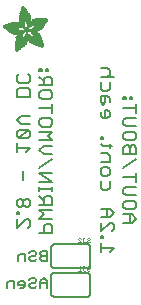
<source format=gbr>
G04 EAGLE Gerber RS-274X export*
G75*
%MOMM*%
%FSLAX34Y34*%
%LPD*%
%INSilkscreen Bottom*%
%IPPOS*%
%AMOC8*
5,1,8,0,0,1.08239X$1,22.5*%
G01*
%ADD10C,0.177800*%
%ADD11C,0.152400*%
%ADD12C,0.203200*%
%ADD13C,0.025400*%
%ADD14R,0.050800X0.006300*%
%ADD15R,0.082600X0.006400*%
%ADD16R,0.120600X0.006300*%
%ADD17R,0.139700X0.006400*%
%ADD18R,0.158800X0.006300*%
%ADD19R,0.177800X0.006400*%
%ADD20R,0.196800X0.006300*%
%ADD21R,0.215900X0.006400*%
%ADD22R,0.228600X0.006300*%
%ADD23R,0.241300X0.006400*%
%ADD24R,0.254000X0.006300*%
%ADD25R,0.266700X0.006400*%
%ADD26R,0.279400X0.006300*%
%ADD27R,0.285700X0.006400*%
%ADD28R,0.298400X0.006300*%
%ADD29R,0.311200X0.006400*%
%ADD30R,0.317500X0.006300*%
%ADD31R,0.330200X0.006400*%
%ADD32R,0.336600X0.006300*%
%ADD33R,0.349200X0.006400*%
%ADD34R,0.361900X0.006300*%
%ADD35R,0.368300X0.006400*%
%ADD36R,0.381000X0.006300*%
%ADD37R,0.387300X0.006400*%
%ADD38R,0.393700X0.006300*%
%ADD39R,0.406400X0.006400*%
%ADD40R,0.412700X0.006300*%
%ADD41R,0.419100X0.006400*%
%ADD42R,0.431800X0.006300*%
%ADD43R,0.438100X0.006400*%
%ADD44R,0.450800X0.006300*%
%ADD45R,0.457200X0.006400*%
%ADD46R,0.463500X0.006300*%
%ADD47R,0.476200X0.006400*%
%ADD48R,0.482600X0.006300*%
%ADD49R,0.488900X0.006400*%
%ADD50R,0.501600X0.006300*%
%ADD51R,0.508000X0.006400*%
%ADD52R,0.514300X0.006300*%
%ADD53R,0.527000X0.006400*%
%ADD54R,0.533400X0.006300*%
%ADD55R,0.546100X0.006400*%
%ADD56R,0.552400X0.006300*%
%ADD57R,0.558800X0.006400*%
%ADD58R,0.571500X0.006300*%
%ADD59R,0.577800X0.006400*%
%ADD60R,0.584200X0.006300*%
%ADD61R,0.596900X0.006400*%
%ADD62R,0.603200X0.006300*%
%ADD63R,0.609600X0.006400*%
%ADD64R,0.622300X0.006300*%
%ADD65R,0.628600X0.006400*%
%ADD66R,0.641300X0.006300*%
%ADD67R,0.647700X0.006400*%
%ADD68R,0.063500X0.006300*%
%ADD69R,0.654000X0.006300*%
%ADD70R,0.101600X0.006400*%
%ADD71R,0.666700X0.006400*%
%ADD72R,0.139700X0.006300*%
%ADD73R,0.673100X0.006300*%
%ADD74R,0.165100X0.006400*%
%ADD75R,0.679400X0.006400*%
%ADD76R,0.196900X0.006300*%
%ADD77R,0.692100X0.006300*%
%ADD78R,0.222200X0.006400*%
%ADD79R,0.698500X0.006400*%
%ADD80R,0.247700X0.006300*%
%ADD81R,0.704800X0.006300*%
%ADD82R,0.279400X0.006400*%
%ADD83R,0.717500X0.006400*%
%ADD84R,0.298500X0.006300*%
%ADD85R,0.723900X0.006300*%
%ADD86R,0.736600X0.006400*%
%ADD87R,0.342900X0.006300*%
%ADD88R,0.742900X0.006300*%
%ADD89R,0.374700X0.006400*%
%ADD90R,0.749300X0.006400*%
%ADD91R,0.762000X0.006300*%
%ADD92R,0.412700X0.006400*%
%ADD93R,0.768300X0.006400*%
%ADD94R,0.438100X0.006300*%
%ADD95R,0.774700X0.006300*%
%ADD96R,0.463600X0.006400*%
%ADD97R,0.787400X0.006400*%
%ADD98R,0.793700X0.006300*%
%ADD99R,0.495300X0.006400*%
%ADD100R,0.800100X0.006400*%
%ADD101R,0.520700X0.006300*%
%ADD102R,0.812800X0.006300*%
%ADD103R,0.533400X0.006400*%
%ADD104R,0.819100X0.006400*%
%ADD105R,0.558800X0.006300*%
%ADD106R,0.825500X0.006300*%
%ADD107R,0.577900X0.006400*%
%ADD108R,0.831800X0.006400*%
%ADD109R,0.596900X0.006300*%
%ADD110R,0.844500X0.006300*%
%ADD111R,0.616000X0.006400*%
%ADD112R,0.850900X0.006400*%
%ADD113R,0.635000X0.006300*%
%ADD114R,0.857200X0.006300*%
%ADD115R,0.654100X0.006400*%
%ADD116R,0.863600X0.006400*%
%ADD117R,0.666700X0.006300*%
%ADD118R,0.869900X0.006300*%
%ADD119R,0.685800X0.006400*%
%ADD120R,0.876300X0.006400*%
%ADD121R,0.882600X0.006300*%
%ADD122R,0.723900X0.006400*%
%ADD123R,0.889000X0.006400*%
%ADD124R,0.895300X0.006300*%
%ADD125R,0.755700X0.006400*%
%ADD126R,0.901700X0.006400*%
%ADD127R,0.908000X0.006300*%
%ADD128R,0.793800X0.006400*%
%ADD129R,0.914400X0.006400*%
%ADD130R,0.806400X0.006300*%
%ADD131R,0.920700X0.006300*%
%ADD132R,0.825500X0.006400*%
%ADD133R,0.927100X0.006400*%
%ADD134R,0.933400X0.006300*%
%ADD135R,0.857300X0.006400*%
%ADD136R,0.939800X0.006400*%
%ADD137R,0.870000X0.006300*%
%ADD138R,0.939800X0.006300*%
%ADD139R,0.946100X0.006400*%
%ADD140R,0.952500X0.006300*%
%ADD141R,0.908000X0.006400*%
%ADD142R,0.958800X0.006400*%
%ADD143R,0.965200X0.006300*%
%ADD144R,0.965200X0.006400*%
%ADD145R,0.971500X0.006300*%
%ADD146R,0.952500X0.006400*%
%ADD147R,0.977900X0.006400*%
%ADD148R,0.958800X0.006300*%
%ADD149R,0.984200X0.006300*%
%ADD150R,0.971500X0.006400*%
%ADD151R,0.984200X0.006400*%
%ADD152R,0.990600X0.006300*%
%ADD153R,0.984300X0.006400*%
%ADD154R,0.996900X0.006400*%
%ADD155R,0.997000X0.006300*%
%ADD156R,0.996900X0.006300*%
%ADD157R,1.003300X0.006400*%
%ADD158R,1.016000X0.006300*%
%ADD159R,1.009600X0.006300*%
%ADD160R,1.016000X0.006400*%
%ADD161R,1.009600X0.006400*%
%ADD162R,1.022300X0.006300*%
%ADD163R,1.028700X0.006400*%
%ADD164R,1.035100X0.006300*%
%ADD165R,1.047800X0.006400*%
%ADD166R,1.054100X0.006300*%
%ADD167R,1.028700X0.006300*%
%ADD168R,1.054100X0.006400*%
%ADD169R,1.035000X0.006400*%
%ADD170R,1.060400X0.006300*%
%ADD171R,1.035000X0.006300*%
%ADD172R,1.060500X0.006400*%
%ADD173R,1.041400X0.006400*%
%ADD174R,1.066800X0.006300*%
%ADD175R,1.041400X0.006300*%
%ADD176R,1.079500X0.006400*%
%ADD177R,1.047700X0.006400*%
%ADD178R,1.085900X0.006300*%
%ADD179R,1.047700X0.006300*%
%ADD180R,1.085800X0.006400*%
%ADD181R,1.092200X0.006300*%
%ADD182R,1.085900X0.006400*%
%ADD183R,1.098600X0.006300*%
%ADD184R,1.098600X0.006400*%
%ADD185R,1.060400X0.006400*%
%ADD186R,1.104900X0.006300*%
%ADD187R,1.104900X0.006400*%
%ADD188R,1.066800X0.006400*%
%ADD189R,1.111200X0.006300*%
%ADD190R,1.117600X0.006400*%
%ADD191R,1.117600X0.006300*%
%ADD192R,1.073100X0.006300*%
%ADD193R,1.073100X0.006400*%
%ADD194R,1.124000X0.006300*%
%ADD195R,1.079500X0.006300*%
%ADD196R,1.123900X0.006400*%
%ADD197R,1.130300X0.006300*%
%ADD198R,1.130300X0.006400*%
%ADD199R,1.136700X0.006400*%
%ADD200R,1.136700X0.006300*%
%ADD201R,1.085800X0.006300*%
%ADD202R,1.136600X0.006400*%
%ADD203R,1.136600X0.006300*%
%ADD204R,1.143000X0.006400*%
%ADD205R,1.143000X0.006300*%
%ADD206R,1.149400X0.006300*%
%ADD207R,1.149300X0.006300*%
%ADD208R,1.149300X0.006400*%
%ADD209R,1.149400X0.006400*%
%ADD210R,1.155700X0.006400*%
%ADD211R,1.155700X0.006300*%
%ADD212R,1.060500X0.006300*%
%ADD213R,2.197100X0.006400*%
%ADD214R,2.197100X0.006300*%
%ADD215R,2.184400X0.006300*%
%ADD216R,2.184400X0.006400*%
%ADD217R,2.171700X0.006400*%
%ADD218R,2.171700X0.006300*%
%ADD219R,1.530300X0.006400*%
%ADD220R,1.505000X0.006300*%
%ADD221R,1.492300X0.006400*%
%ADD222R,1.485900X0.006300*%
%ADD223R,0.565200X0.006300*%
%ADD224R,1.473200X0.006400*%
%ADD225R,0.565200X0.006400*%
%ADD226R,1.460500X0.006300*%
%ADD227R,1.454100X0.006400*%
%ADD228R,0.552400X0.006400*%
%ADD229R,1.441500X0.006300*%
%ADD230R,0.546100X0.006300*%
%ADD231R,1.435100X0.006400*%
%ADD232R,0.539800X0.006400*%
%ADD233R,1.428800X0.006300*%
%ADD234R,1.422400X0.006400*%
%ADD235R,1.409700X0.006300*%
%ADD236R,0.527100X0.006300*%
%ADD237R,1.403300X0.006400*%
%ADD238R,0.527100X0.006400*%
%ADD239R,1.390700X0.006300*%
%ADD240R,1.384300X0.006400*%
%ADD241R,0.520700X0.006400*%
%ADD242R,1.384300X0.006300*%
%ADD243R,0.514400X0.006300*%
%ADD244R,1.371600X0.006400*%
%ADD245R,1.365200X0.006300*%
%ADD246R,0.508000X0.006300*%
%ADD247R,1.352600X0.006400*%
%ADD248R,0.501700X0.006400*%
%ADD249R,0.711200X0.006300*%
%ADD250R,0.603300X0.006300*%
%ADD251R,0.501700X0.006300*%
%ADD252R,0.692100X0.006400*%
%ADD253R,0.571500X0.006400*%
%ADD254R,0.679400X0.006300*%
%ADD255R,0.495300X0.006300*%
%ADD256R,0.673100X0.006400*%
%ADD257R,0.666800X0.006300*%
%ADD258R,0.488900X0.006300*%
%ADD259R,0.660400X0.006400*%
%ADD260R,0.482600X0.006400*%
%ADD261R,0.476200X0.006300*%
%ADD262R,0.654000X0.006400*%
%ADD263R,0.469900X0.006400*%
%ADD264R,0.476300X0.006400*%
%ADD265R,0.647700X0.006300*%
%ADD266R,0.457200X0.006300*%
%ADD267R,0.469900X0.006300*%
%ADD268R,0.641300X0.006400*%
%ADD269R,0.444500X0.006400*%
%ADD270R,0.463600X0.006300*%
%ADD271R,0.635000X0.006400*%
%ADD272R,0.463500X0.006400*%
%ADD273R,0.393700X0.006400*%
%ADD274R,0.450800X0.006400*%
%ADD275R,0.628600X0.006300*%
%ADD276R,0.387400X0.006300*%
%ADD277R,0.450900X0.006300*%
%ADD278R,0.628700X0.006400*%
%ADD279R,0.374600X0.006400*%
%ADD280R,0.368300X0.006300*%
%ADD281R,0.438200X0.006300*%
%ADD282R,0.622300X0.006400*%
%ADD283R,0.355600X0.006400*%
%ADD284R,0.431800X0.006400*%
%ADD285R,0.349300X0.006300*%
%ADD286R,0.425400X0.006300*%
%ADD287R,0.615900X0.006300*%
%ADD288R,0.330200X0.006300*%
%ADD289R,0.419100X0.006300*%
%ADD290R,0.616000X0.006300*%
%ADD291R,0.311200X0.006300*%
%ADD292R,0.406400X0.006300*%
%ADD293R,0.615900X0.006400*%
%ADD294R,0.304800X0.006400*%
%ADD295R,0.158800X0.006400*%
%ADD296R,0.609600X0.006300*%
%ADD297R,0.292100X0.006300*%
%ADD298R,0.235000X0.006300*%
%ADD299R,0.387400X0.006400*%
%ADD300R,0.292100X0.006400*%
%ADD301R,0.336500X0.006300*%
%ADD302R,0.260400X0.006300*%
%ADD303R,0.603300X0.006400*%
%ADD304R,0.260400X0.006400*%
%ADD305R,0.362000X0.006400*%
%ADD306R,0.450900X0.006400*%
%ADD307R,0.355600X0.006300*%
%ADD308R,0.342900X0.006400*%
%ADD309R,0.514300X0.006400*%
%ADD310R,0.234900X0.006300*%
%ADD311R,0.539700X0.006300*%
%ADD312R,0.603200X0.006400*%
%ADD313R,0.234900X0.006400*%
%ADD314R,0.920700X0.006400*%
%ADD315R,0.958900X0.006400*%
%ADD316R,0.215900X0.006300*%
%ADD317R,0.209600X0.006400*%
%ADD318R,0.203200X0.006300*%
%ADD319R,1.003300X0.006300*%
%ADD320R,0.203200X0.006400*%
%ADD321R,0.196900X0.006400*%
%ADD322R,0.190500X0.006300*%
%ADD323R,0.190500X0.006400*%
%ADD324R,0.184200X0.006300*%
%ADD325R,0.590500X0.006400*%
%ADD326R,0.184200X0.006400*%
%ADD327R,0.590500X0.006300*%
%ADD328R,0.177800X0.006300*%
%ADD329R,0.584200X0.006400*%
%ADD330R,1.168400X0.006400*%
%ADD331R,0.171500X0.006300*%
%ADD332R,1.187500X0.006300*%
%ADD333R,1.200100X0.006400*%
%ADD334R,0.577800X0.006300*%
%ADD335R,1.212900X0.006300*%
%ADD336R,1.231900X0.006400*%
%ADD337R,1.250900X0.006300*%
%ADD338R,0.565100X0.006400*%
%ADD339R,0.184100X0.006400*%
%ADD340R,1.263700X0.006400*%
%ADD341R,0.565100X0.006300*%
%ADD342R,1.289100X0.006300*%
%ADD343R,1.314400X0.006400*%
%ADD344R,0.552500X0.006300*%
%ADD345R,1.568500X0.006300*%
%ADD346R,0.552500X0.006400*%
%ADD347R,1.581200X0.006400*%
%ADD348R,1.593800X0.006300*%
%ADD349R,1.606500X0.006400*%
%ADD350R,1.619300X0.006300*%
%ADD351R,0.514400X0.006400*%
%ADD352R,1.638300X0.006400*%
%ADD353R,1.657300X0.006300*%
%ADD354R,2.209800X0.006400*%
%ADD355R,2.425700X0.006300*%
%ADD356R,2.470100X0.006400*%
%ADD357R,2.501900X0.006300*%
%ADD358R,2.533700X0.006400*%
%ADD359R,2.559000X0.006300*%
%ADD360R,2.584500X0.006400*%
%ADD361R,2.609900X0.006300*%
%ADD362R,2.628900X0.006400*%
%ADD363R,2.660600X0.006300*%
%ADD364R,2.673400X0.006400*%
%ADD365R,1.422400X0.006300*%
%ADD366R,1.200200X0.006300*%
%ADD367R,1.365300X0.006300*%
%ADD368R,1.365300X0.006400*%
%ADD369R,1.352500X0.006300*%
%ADD370R,1.098500X0.006300*%
%ADD371R,1.358900X0.006400*%
%ADD372R,1.352600X0.006300*%
%ADD373R,1.358900X0.006300*%
%ADD374R,1.371600X0.006300*%
%ADD375R,1.377900X0.006400*%
%ADD376R,1.397000X0.006400*%
%ADD377R,1.403300X0.006300*%
%ADD378R,0.914400X0.006300*%
%ADD379R,0.876300X0.006300*%
%ADD380R,0.374600X0.006300*%
%ADD381R,1.073200X0.006400*%
%ADD382R,0.374700X0.006300*%
%ADD383R,0.844600X0.006400*%
%ADD384R,0.844600X0.006300*%
%ADD385R,0.831900X0.006400*%
%ADD386R,1.092200X0.006400*%
%ADD387R,0.400000X0.006300*%
%ADD388R,0.819200X0.006400*%
%ADD389R,1.111300X0.006400*%
%ADD390R,0.812800X0.006400*%
%ADD391R,0.800100X0.006300*%
%ADD392R,0.476300X0.006300*%
%ADD393R,1.181100X0.006300*%
%ADD394R,0.501600X0.006400*%
%ADD395R,1.193800X0.006400*%
%ADD396R,0.781000X0.006400*%
%ADD397R,1.238200X0.006400*%
%ADD398R,0.781100X0.006300*%
%ADD399R,1.257300X0.006300*%
%ADD400R,1.295400X0.006400*%
%ADD401R,1.333500X0.006300*%
%ADD402R,0.774700X0.006400*%
%ADD403R,1.866900X0.006400*%
%ADD404R,0.209600X0.006300*%
%ADD405R,1.866900X0.006300*%
%ADD406R,0.768400X0.006400*%
%ADD407R,0.209500X0.006400*%
%ADD408R,1.860600X0.006400*%
%ADD409R,0.762000X0.006400*%
%ADD410R,0.768400X0.006300*%
%ADD411R,1.860600X0.006300*%
%ADD412R,1.860500X0.006400*%
%ADD413R,0.222300X0.006300*%
%ADD414R,1.854200X0.006300*%
%ADD415R,0.235000X0.006400*%
%ADD416R,1.854200X0.006400*%
%ADD417R,0.768300X0.006300*%
%ADD418R,0.260300X0.006400*%
%ADD419R,1.847800X0.006400*%
%ADD420R,0.266700X0.006300*%
%ADD421R,1.847800X0.006300*%
%ADD422R,0.273100X0.006400*%
%ADD423R,1.841500X0.006400*%
%ADD424R,0.285800X0.006300*%
%ADD425R,1.841500X0.006300*%
%ADD426R,0.298500X0.006400*%
%ADD427R,1.835100X0.006400*%
%ADD428R,0.781000X0.006300*%
%ADD429R,0.304800X0.006300*%
%ADD430R,1.835100X0.006300*%
%ADD431R,0.317500X0.006400*%
%ADD432R,1.828800X0.006400*%
%ADD433R,0.787400X0.006300*%
%ADD434R,0.323800X0.006300*%
%ADD435R,1.828800X0.006300*%
%ADD436R,0.793700X0.006400*%
%ADD437R,1.822400X0.006400*%
%ADD438R,0.806500X0.006300*%
%ADD439R,1.822400X0.006300*%
%ADD440R,1.816100X0.006400*%
%ADD441R,0.819100X0.006300*%
%ADD442R,0.387300X0.006300*%
%ADD443R,1.816100X0.006300*%
%ADD444R,1.809800X0.006400*%
%ADD445R,1.803400X0.006300*%
%ADD446R,1.797000X0.006400*%
%ADD447R,0.901700X0.006300*%
%ADD448R,1.797000X0.006300*%
%ADD449R,1.441400X0.006400*%
%ADD450R,1.790700X0.006400*%
%ADD451R,1.447800X0.006300*%
%ADD452R,1.784300X0.006300*%
%ADD453R,1.447800X0.006400*%
%ADD454R,1.784300X0.006400*%
%ADD455R,1.454100X0.006300*%
%ADD456R,1.771700X0.006300*%
%ADD457R,1.460500X0.006400*%
%ADD458R,1.759000X0.006400*%
%ADD459R,1.466800X0.006300*%
%ADD460R,1.752600X0.006300*%
%ADD461R,1.466800X0.006400*%
%ADD462R,1.739900X0.006400*%
%ADD463R,1.473200X0.006300*%
%ADD464R,1.727200X0.006300*%
%ADD465R,1.479500X0.006400*%
%ADD466R,1.714500X0.006400*%
%ADD467R,1.695400X0.006300*%
%ADD468R,1.485900X0.006400*%
%ADD469R,1.682700X0.006400*%
%ADD470R,1.492200X0.006300*%
%ADD471R,1.663700X0.006300*%
%ADD472R,1.498600X0.006400*%
%ADD473R,1.644600X0.006400*%
%ADD474R,1.498600X0.006300*%
%ADD475R,1.619200X0.006300*%
%ADD476R,1.511300X0.006400*%
%ADD477R,1.600200X0.006400*%
%ADD478R,1.517700X0.006300*%
%ADD479R,1.574800X0.006300*%
%ADD480R,1.524000X0.006400*%
%ADD481R,1.555800X0.006400*%
%ADD482R,1.524000X0.006300*%
%ADD483R,1.536700X0.006300*%
%ADD484R,1.530400X0.006400*%
%ADD485R,1.517700X0.006400*%
%ADD486R,1.492300X0.006300*%
%ADD487R,1.549400X0.006400*%
%ADD488R,1.479600X0.006400*%
%ADD489R,1.549400X0.006300*%
%ADD490R,1.555700X0.006400*%
%ADD491R,1.562100X0.006300*%
%ADD492R,0.323900X0.006300*%
%ADD493R,1.568400X0.006400*%
%ADD494R,0.336600X0.006400*%
%ADD495R,1.587500X0.006300*%
%ADD496R,0.971600X0.006300*%
%ADD497R,0.349300X0.006400*%
%ADD498R,1.600200X0.006300*%
%ADD499R,0.920800X0.006300*%
%ADD500R,0.882700X0.006400*%
%ADD501R,1.612900X0.006300*%
%ADD502R,0.362000X0.006300*%
%ADD503R,1.625600X0.006400*%
%ADD504R,1.625600X0.006300*%
%ADD505R,1.644600X0.006300*%
%ADD506R,0.736600X0.006300*%
%ADD507R,0.717600X0.006400*%
%ADD508R,1.657400X0.006300*%
%ADD509R,0.679500X0.006300*%
%ADD510R,1.663700X0.006400*%
%ADD511R,0.400000X0.006400*%
%ADD512R,1.676400X0.006300*%
%ADD513R,1.676400X0.006400*%
%ADD514R,0.425500X0.006400*%
%ADD515R,1.352500X0.006400*%
%ADD516R,0.444500X0.006300*%
%ADD517R,0.361900X0.006400*%
%ADD518R,0.088900X0.006300*%
%ADD519R,1.009700X0.006300*%
%ADD520R,1.009700X0.006400*%
%ADD521R,1.022300X0.006400*%
%ADD522R,1.346200X0.006400*%
%ADD523R,1.346200X0.006300*%
%ADD524R,1.339900X0.006400*%
%ADD525R,1.035100X0.006400*%
%ADD526R,1.339800X0.006300*%
%ADD527R,1.333500X0.006400*%
%ADD528R,1.327200X0.006400*%
%ADD529R,1.320800X0.006300*%
%ADD530R,1.314500X0.006400*%
%ADD531R,1.314400X0.006300*%
%ADD532R,1.301700X0.006400*%
%ADD533R,1.295400X0.006300*%
%ADD534R,1.289000X0.006400*%
%ADD535R,1.276300X0.006300*%
%ADD536R,1.251000X0.006300*%
%ADD537R,1.244600X0.006400*%
%ADD538R,1.231900X0.006300*%
%ADD539R,1.212800X0.006400*%
%ADD540R,1.200100X0.006300*%
%ADD541R,1.187400X0.006400*%
%ADD542R,1.168400X0.006300*%
%ADD543R,1.047800X0.006300*%
%ADD544R,0.977900X0.006300*%
%ADD545R,0.946200X0.006400*%
%ADD546R,0.933400X0.006400*%
%ADD547R,0.895300X0.006400*%
%ADD548R,0.882700X0.006300*%
%ADD549R,0.863600X0.006300*%
%ADD550R,0.857200X0.006400*%
%ADD551R,0.850900X0.006300*%
%ADD552R,0.838200X0.006300*%
%ADD553R,0.806500X0.006400*%
%ADD554R,0.717600X0.006300*%
%ADD555R,0.711200X0.006400*%
%ADD556R,0.641400X0.006400*%
%ADD557R,0.641400X0.006300*%
%ADD558R,0.628700X0.006300*%
%ADD559R,0.590600X0.006300*%
%ADD560R,0.539700X0.006400*%
%ADD561R,0.285700X0.006300*%
%ADD562R,0.222200X0.006300*%
%ADD563R,0.171400X0.006300*%
%ADD564R,0.152400X0.006400*%
%ADD565R,0.133400X0.006300*%


D10*
X34544Y49131D02*
X45475Y49131D01*
X45475Y54596D01*
X43653Y56418D01*
X40010Y56418D01*
X38188Y54596D01*
X38188Y49131D01*
X34544Y60825D02*
X45475Y60825D01*
X38188Y64468D02*
X34544Y60825D01*
X38188Y64468D02*
X34544Y68112D01*
X45475Y68112D01*
X45475Y72518D02*
X34544Y72518D01*
X45475Y72518D02*
X45475Y77984D01*
X43653Y79806D01*
X40010Y79806D01*
X38188Y77984D01*
X38188Y72518D01*
X38188Y76162D02*
X34544Y79806D01*
X34544Y84212D02*
X34544Y87856D01*
X34544Y86034D02*
X45475Y86034D01*
X45475Y84212D02*
X45475Y87856D01*
X45475Y92008D02*
X34544Y92008D01*
X34544Y99296D02*
X45475Y92008D01*
X45475Y99296D02*
X34544Y99296D01*
X34544Y103702D02*
X45475Y110990D01*
X45475Y115396D02*
X38188Y115396D01*
X34544Y119040D01*
X38188Y122684D01*
X45475Y122684D01*
X45475Y127090D02*
X34544Y127090D01*
X41832Y130734D02*
X45475Y127090D01*
X41832Y130734D02*
X45475Y134378D01*
X34544Y134378D01*
X45475Y140606D02*
X45475Y144250D01*
X45475Y140606D02*
X43653Y138784D01*
X36366Y138784D01*
X34544Y140606D01*
X34544Y144250D01*
X36366Y146072D01*
X43653Y146072D01*
X45475Y144250D01*
X45475Y154122D02*
X34544Y154122D01*
X45475Y150478D02*
X45475Y157766D01*
X45475Y163994D02*
X45475Y167638D01*
X45475Y163994D02*
X43653Y162172D01*
X36366Y162172D01*
X34544Y163994D01*
X34544Y167638D01*
X36366Y169460D01*
X43653Y169460D01*
X45475Y167638D01*
X45475Y173866D02*
X34544Y173866D01*
X45475Y173866D02*
X45475Y179332D01*
X43653Y181154D01*
X40010Y181154D01*
X38188Y179332D01*
X38188Y173866D01*
X38188Y177510D02*
X34544Y181154D01*
X41832Y185560D02*
X41832Y187382D01*
X40010Y187382D01*
X40010Y185560D01*
X41832Y185560D01*
X36366Y185560D02*
X36366Y187382D01*
X34544Y187382D01*
X34544Y185560D01*
X36366Y185560D01*
X15494Y60316D02*
X15494Y53029D01*
X22782Y60316D01*
X24603Y60316D01*
X26425Y58494D01*
X26425Y54850D01*
X24603Y53029D01*
X17316Y64722D02*
X15494Y64722D01*
X17316Y64722D02*
X17316Y66544D01*
X15494Y66544D01*
X15494Y64722D01*
X24603Y70569D02*
X26425Y72391D01*
X26425Y76035D01*
X24603Y77857D01*
X22782Y77857D01*
X20960Y76035D01*
X19138Y77857D01*
X17316Y77857D01*
X15494Y76035D01*
X15494Y72391D01*
X17316Y70569D01*
X19138Y70569D01*
X20960Y72391D01*
X22782Y70569D01*
X24603Y70569D01*
X20960Y72391D02*
X20960Y76035D01*
X20960Y93957D02*
X20960Y101245D01*
X22782Y117345D02*
X26425Y120989D01*
X15494Y120989D01*
X15494Y117345D02*
X15494Y124633D01*
X17316Y129039D02*
X24603Y129039D01*
X26425Y130861D01*
X26425Y134505D01*
X24603Y136327D01*
X17316Y136327D01*
X15494Y134505D01*
X15494Y130861D01*
X17316Y129039D01*
X24603Y136327D01*
X26425Y140733D02*
X19138Y140733D01*
X15494Y144377D01*
X19138Y148021D01*
X26425Y148021D01*
X26425Y164121D02*
X15494Y164121D01*
X15494Y169587D01*
X17316Y171409D01*
X24603Y171409D01*
X26425Y169587D01*
X26425Y164121D01*
X26425Y181281D02*
X24603Y183103D01*
X26425Y181281D02*
X26425Y177637D01*
X24603Y175815D01*
X17316Y175815D01*
X15494Y177637D01*
X15494Y181281D01*
X17316Y183103D01*
X105664Y57103D02*
X112952Y57103D01*
X116595Y60746D01*
X112952Y64390D01*
X105664Y64390D01*
X111130Y64390D02*
X111130Y57103D01*
X116595Y70618D02*
X116595Y74262D01*
X116595Y70618D02*
X114773Y68797D01*
X107486Y68797D01*
X105664Y70618D01*
X105664Y74262D01*
X107486Y76084D01*
X114773Y76084D01*
X116595Y74262D01*
X116595Y80490D02*
X107486Y80490D01*
X105664Y82312D01*
X105664Y85956D01*
X107486Y87778D01*
X116595Y87778D01*
X116595Y95828D02*
X105664Y95828D01*
X116595Y92184D02*
X116595Y99472D01*
X116595Y111166D02*
X105664Y103878D01*
X105664Y115572D02*
X116595Y115572D01*
X116595Y121038D01*
X114773Y122860D01*
X112952Y122860D01*
X111130Y121038D01*
X109308Y122860D01*
X107486Y122860D01*
X105664Y121038D01*
X105664Y115572D01*
X111130Y115572D02*
X111130Y121038D01*
X116595Y129088D02*
X116595Y132732D01*
X116595Y129088D02*
X114773Y127266D01*
X107486Y127266D01*
X105664Y129088D01*
X105664Y132732D01*
X107486Y134554D01*
X114773Y134554D01*
X116595Y132732D01*
X116595Y138960D02*
X107486Y138960D01*
X105664Y140782D01*
X105664Y144426D01*
X107486Y146248D01*
X116595Y146248D01*
X116595Y154298D02*
X105664Y154298D01*
X116595Y150654D02*
X116595Y157942D01*
X112952Y162348D02*
X112952Y164170D01*
X111130Y164170D01*
X111130Y162348D01*
X112952Y162348D01*
X107486Y162348D02*
X107486Y164170D01*
X105664Y164170D01*
X105664Y162348D01*
X107486Y162348D01*
X97545Y36384D02*
X93902Y32740D01*
X97545Y36384D02*
X86614Y36384D01*
X86614Y32740D02*
X86614Y40028D01*
X86614Y44434D02*
X88436Y44434D01*
X88436Y46256D01*
X86614Y46256D01*
X86614Y44434D01*
X86614Y50281D02*
X86614Y57569D01*
X86614Y50281D02*
X93902Y57569D01*
X95723Y57569D01*
X97545Y55747D01*
X97545Y52103D01*
X95723Y50281D01*
X93902Y61975D02*
X86614Y61975D01*
X93902Y61975D02*
X97545Y65619D01*
X93902Y69263D01*
X86614Y69263D01*
X92080Y69263D02*
X92080Y61975D01*
X93902Y87185D02*
X93902Y92650D01*
X93902Y87185D02*
X92080Y85363D01*
X88436Y85363D01*
X86614Y87185D01*
X86614Y92650D01*
X86614Y98879D02*
X86614Y102523D01*
X88436Y104344D01*
X92080Y104344D01*
X93902Y102523D01*
X93902Y98879D01*
X92080Y97057D01*
X88436Y97057D01*
X86614Y98879D01*
X86614Y108751D02*
X93902Y108751D01*
X93902Y114217D01*
X92080Y116038D01*
X86614Y116038D01*
X88436Y122267D02*
X95723Y122267D01*
X88436Y122267D02*
X86614Y124089D01*
X93902Y124089D02*
X93902Y120445D01*
X88436Y128241D02*
X86614Y128241D01*
X88436Y128241D02*
X88436Y130063D01*
X86614Y130063D01*
X86614Y128241D01*
X86614Y147604D02*
X86614Y151247D01*
X86614Y147604D02*
X88436Y145782D01*
X92080Y145782D01*
X93902Y147604D01*
X93902Y151247D01*
X92080Y153069D01*
X90258Y153069D01*
X90258Y145782D01*
X93902Y159298D02*
X93902Y162941D01*
X92080Y164763D01*
X86614Y164763D01*
X86614Y159298D01*
X88436Y157476D01*
X90258Y159298D01*
X90258Y164763D01*
X93902Y170992D02*
X93902Y176457D01*
X93902Y170992D02*
X92080Y169170D01*
X88436Y169170D01*
X86614Y170992D01*
X86614Y176457D01*
X86614Y180864D02*
X97545Y180864D01*
X93902Y182686D02*
X92080Y180864D01*
X93902Y182686D02*
X93902Y186329D01*
X92080Y188151D01*
X86614Y188151D01*
D11*
X41148Y33535D02*
X41148Y24892D01*
X41148Y33535D02*
X36826Y33535D01*
X35386Y32095D01*
X35386Y30654D01*
X36826Y29214D01*
X35386Y27773D01*
X35386Y26333D01*
X36826Y24892D01*
X41148Y24892D01*
X41148Y29214D02*
X36826Y29214D01*
X27471Y33535D02*
X26031Y32095D01*
X27471Y33535D02*
X30352Y33535D01*
X31793Y32095D01*
X31793Y30654D01*
X30352Y29214D01*
X27471Y29214D01*
X26031Y27773D01*
X26031Y26333D01*
X27471Y24892D01*
X30352Y24892D01*
X31793Y26333D01*
X22438Y24892D02*
X22438Y30654D01*
X18116Y30654D01*
X16675Y29214D01*
X16675Y24892D01*
X41148Y7794D02*
X41148Y2032D01*
X41148Y7794D02*
X38267Y10675D01*
X35386Y7794D01*
X35386Y2032D01*
X35386Y6354D02*
X41148Y6354D01*
X27471Y10675D02*
X26031Y9235D01*
X27471Y10675D02*
X30352Y10675D01*
X31793Y9235D01*
X31793Y7794D01*
X30352Y6354D01*
X27471Y6354D01*
X26031Y4913D01*
X26031Y3473D01*
X27471Y2032D01*
X30352Y2032D01*
X31793Y3473D01*
X20997Y2032D02*
X18116Y2032D01*
X20997Y2032D02*
X22438Y3473D01*
X22438Y6354D01*
X20997Y7794D01*
X18116Y7794D01*
X16675Y6354D01*
X16675Y4913D01*
X22438Y4913D01*
X13082Y2032D02*
X13082Y7794D01*
X8761Y7794D01*
X7320Y6354D01*
X7320Y2032D01*
D12*
X46990Y-5080D02*
X74930Y-5080D01*
X46990Y15240D02*
X46890Y15238D01*
X46791Y15232D01*
X46691Y15222D01*
X46593Y15209D01*
X46494Y15191D01*
X46397Y15170D01*
X46301Y15145D01*
X46205Y15116D01*
X46111Y15083D01*
X46018Y15047D01*
X45927Y15007D01*
X45837Y14963D01*
X45749Y14916D01*
X45663Y14866D01*
X45579Y14812D01*
X45497Y14755D01*
X45418Y14695D01*
X45340Y14631D01*
X45266Y14565D01*
X45194Y14496D01*
X45125Y14424D01*
X45059Y14350D01*
X44995Y14272D01*
X44935Y14193D01*
X44878Y14111D01*
X44824Y14027D01*
X44774Y13941D01*
X44727Y13853D01*
X44683Y13763D01*
X44643Y13672D01*
X44607Y13579D01*
X44574Y13485D01*
X44545Y13389D01*
X44520Y13293D01*
X44499Y13196D01*
X44481Y13097D01*
X44468Y12999D01*
X44458Y12899D01*
X44452Y12800D01*
X44450Y12700D01*
X74930Y15240D02*
X75030Y15238D01*
X75129Y15232D01*
X75229Y15222D01*
X75327Y15209D01*
X75426Y15191D01*
X75523Y15170D01*
X75619Y15145D01*
X75715Y15116D01*
X75809Y15083D01*
X75902Y15047D01*
X75993Y15007D01*
X76083Y14963D01*
X76171Y14916D01*
X76257Y14866D01*
X76341Y14812D01*
X76423Y14755D01*
X76502Y14695D01*
X76580Y14631D01*
X76654Y14565D01*
X76726Y14496D01*
X76795Y14424D01*
X76861Y14350D01*
X76925Y14272D01*
X76985Y14193D01*
X77042Y14111D01*
X77096Y14027D01*
X77146Y13941D01*
X77193Y13853D01*
X77237Y13763D01*
X77277Y13672D01*
X77313Y13579D01*
X77346Y13485D01*
X77375Y13389D01*
X77400Y13293D01*
X77421Y13196D01*
X77439Y13097D01*
X77452Y12999D01*
X77462Y12899D01*
X77468Y12800D01*
X77470Y12700D01*
X77470Y-2540D02*
X77468Y-2640D01*
X77462Y-2739D01*
X77452Y-2839D01*
X77439Y-2937D01*
X77421Y-3036D01*
X77400Y-3133D01*
X77375Y-3229D01*
X77346Y-3325D01*
X77313Y-3419D01*
X77277Y-3512D01*
X77237Y-3603D01*
X77193Y-3693D01*
X77146Y-3781D01*
X77096Y-3867D01*
X77042Y-3951D01*
X76985Y-4033D01*
X76925Y-4112D01*
X76861Y-4190D01*
X76795Y-4264D01*
X76726Y-4336D01*
X76654Y-4405D01*
X76580Y-4471D01*
X76502Y-4535D01*
X76423Y-4595D01*
X76341Y-4652D01*
X76257Y-4706D01*
X76171Y-4756D01*
X76083Y-4803D01*
X75993Y-4847D01*
X75902Y-4887D01*
X75809Y-4923D01*
X75715Y-4956D01*
X75619Y-4985D01*
X75523Y-5010D01*
X75426Y-5031D01*
X75327Y-5049D01*
X75229Y-5062D01*
X75129Y-5072D01*
X75030Y-5078D01*
X74930Y-5080D01*
X46990Y-5080D02*
X46890Y-5078D01*
X46791Y-5072D01*
X46691Y-5062D01*
X46593Y-5049D01*
X46494Y-5031D01*
X46397Y-5010D01*
X46301Y-4985D01*
X46205Y-4956D01*
X46111Y-4923D01*
X46018Y-4887D01*
X45927Y-4847D01*
X45837Y-4803D01*
X45749Y-4756D01*
X45663Y-4706D01*
X45579Y-4652D01*
X45497Y-4595D01*
X45418Y-4535D01*
X45340Y-4471D01*
X45266Y-4405D01*
X45194Y-4336D01*
X45125Y-4264D01*
X45059Y-4190D01*
X44995Y-4112D01*
X44935Y-4033D01*
X44878Y-3951D01*
X44824Y-3867D01*
X44774Y-3781D01*
X44727Y-3693D01*
X44683Y-3603D01*
X44643Y-3512D01*
X44607Y-3419D01*
X44574Y-3325D01*
X44545Y-3229D01*
X44520Y-3133D01*
X44499Y-3036D01*
X44481Y-2937D01*
X44468Y-2839D01*
X44458Y-2739D01*
X44452Y-2640D01*
X44450Y-2540D01*
X44450Y12700D01*
X77470Y12700D02*
X77470Y-2540D01*
X74930Y15240D02*
X46990Y15240D01*
D13*
X74801Y19815D02*
X75436Y20450D01*
X76707Y20450D01*
X77343Y19815D01*
X77343Y19179D01*
X76707Y18544D01*
X75436Y18544D01*
X74801Y17908D01*
X74801Y17273D01*
X75436Y16637D01*
X76707Y16637D01*
X77343Y17273D01*
X73601Y17273D02*
X72965Y16637D01*
X72330Y16637D01*
X71694Y17273D01*
X71694Y20450D01*
X71059Y20450D02*
X72330Y20450D01*
X69859Y19179D02*
X68588Y20450D01*
X68588Y16637D01*
X69859Y16637D02*
X67317Y16637D01*
D12*
X74930Y19050D02*
X46990Y19050D01*
X44450Y36830D02*
X44452Y36930D01*
X44458Y37029D01*
X44468Y37129D01*
X44481Y37227D01*
X44499Y37326D01*
X44520Y37423D01*
X44545Y37519D01*
X44574Y37615D01*
X44607Y37709D01*
X44643Y37802D01*
X44683Y37893D01*
X44727Y37983D01*
X44774Y38071D01*
X44824Y38157D01*
X44878Y38241D01*
X44935Y38323D01*
X44995Y38402D01*
X45059Y38480D01*
X45125Y38554D01*
X45194Y38626D01*
X45266Y38695D01*
X45340Y38761D01*
X45418Y38825D01*
X45497Y38885D01*
X45579Y38942D01*
X45663Y38996D01*
X45749Y39046D01*
X45837Y39093D01*
X45927Y39137D01*
X46018Y39177D01*
X46111Y39213D01*
X46205Y39246D01*
X46301Y39275D01*
X46397Y39300D01*
X46494Y39321D01*
X46593Y39339D01*
X46691Y39352D01*
X46791Y39362D01*
X46890Y39368D01*
X46990Y39370D01*
X74930Y39370D02*
X75030Y39368D01*
X75129Y39362D01*
X75229Y39352D01*
X75327Y39339D01*
X75426Y39321D01*
X75523Y39300D01*
X75619Y39275D01*
X75715Y39246D01*
X75809Y39213D01*
X75902Y39177D01*
X75993Y39137D01*
X76083Y39093D01*
X76171Y39046D01*
X76257Y38996D01*
X76341Y38942D01*
X76423Y38885D01*
X76502Y38825D01*
X76580Y38761D01*
X76654Y38695D01*
X76726Y38626D01*
X76795Y38554D01*
X76861Y38480D01*
X76925Y38402D01*
X76985Y38323D01*
X77042Y38241D01*
X77096Y38157D01*
X77146Y38071D01*
X77193Y37983D01*
X77237Y37893D01*
X77277Y37802D01*
X77313Y37709D01*
X77346Y37615D01*
X77375Y37519D01*
X77400Y37423D01*
X77421Y37326D01*
X77439Y37227D01*
X77452Y37129D01*
X77462Y37029D01*
X77468Y36930D01*
X77470Y36830D01*
X77470Y21590D02*
X77468Y21490D01*
X77462Y21391D01*
X77452Y21291D01*
X77439Y21193D01*
X77421Y21094D01*
X77400Y20997D01*
X77375Y20901D01*
X77346Y20805D01*
X77313Y20711D01*
X77277Y20618D01*
X77237Y20527D01*
X77193Y20437D01*
X77146Y20349D01*
X77096Y20263D01*
X77042Y20179D01*
X76985Y20097D01*
X76925Y20018D01*
X76861Y19940D01*
X76795Y19866D01*
X76726Y19794D01*
X76654Y19725D01*
X76580Y19659D01*
X76502Y19595D01*
X76423Y19535D01*
X76341Y19478D01*
X76257Y19424D01*
X76171Y19374D01*
X76083Y19327D01*
X75993Y19283D01*
X75902Y19243D01*
X75809Y19207D01*
X75715Y19174D01*
X75619Y19145D01*
X75523Y19120D01*
X75426Y19099D01*
X75327Y19081D01*
X75229Y19068D01*
X75129Y19058D01*
X75030Y19052D01*
X74930Y19050D01*
X46990Y19050D02*
X46890Y19052D01*
X46791Y19058D01*
X46691Y19068D01*
X46593Y19081D01*
X46494Y19099D01*
X46397Y19120D01*
X46301Y19145D01*
X46205Y19174D01*
X46111Y19207D01*
X46018Y19243D01*
X45927Y19283D01*
X45837Y19327D01*
X45749Y19374D01*
X45663Y19424D01*
X45579Y19478D01*
X45497Y19535D01*
X45418Y19595D01*
X45340Y19659D01*
X45266Y19725D01*
X45194Y19794D01*
X45125Y19866D01*
X45059Y19940D01*
X44995Y20018D01*
X44935Y20097D01*
X44878Y20179D01*
X44824Y20263D01*
X44774Y20349D01*
X44727Y20437D01*
X44683Y20527D01*
X44643Y20618D01*
X44607Y20711D01*
X44574Y20805D01*
X44545Y20901D01*
X44520Y20997D01*
X44499Y21094D01*
X44481Y21193D01*
X44468Y21291D01*
X44458Y21391D01*
X44452Y21490D01*
X44450Y21590D01*
X44450Y36830D01*
X77470Y36830D02*
X77470Y21590D01*
X74930Y39370D02*
X46990Y39370D01*
D13*
X74801Y43945D02*
X75436Y44580D01*
X76707Y44580D01*
X77343Y43945D01*
X77343Y43309D01*
X76707Y42674D01*
X75436Y42674D01*
X74801Y42038D01*
X74801Y41403D01*
X75436Y40767D01*
X76707Y40767D01*
X77343Y41403D01*
X73601Y41403D02*
X72965Y40767D01*
X72330Y40767D01*
X71694Y41403D01*
X71694Y44580D01*
X71059Y44580D02*
X72330Y44580D01*
X69859Y40767D02*
X67317Y40767D01*
X69859Y40767D02*
X67317Y43309D01*
X67317Y43945D01*
X67952Y44580D01*
X69223Y44580D01*
X69859Y43945D01*
D14*
X15272Y202121D03*
D15*
X15240Y202184D03*
D16*
X15240Y202248D03*
D17*
X15272Y202311D03*
D18*
X15240Y202375D03*
D19*
X15272Y202438D03*
D20*
X15240Y202502D03*
D21*
X15272Y202565D03*
D22*
X15272Y202629D03*
D23*
X15336Y202692D03*
D24*
X15335Y202756D03*
D25*
X15399Y202819D03*
D26*
X15399Y202883D03*
D27*
X15431Y202946D03*
D28*
X15494Y203010D03*
D29*
X15494Y203073D03*
D30*
X15526Y203137D03*
D31*
X15589Y203200D03*
D32*
X15621Y203264D03*
D33*
X15621Y203327D03*
D34*
X15685Y203391D03*
D35*
X15717Y203454D03*
D36*
X15780Y203518D03*
D37*
X15812Y203581D03*
D38*
X15844Y203645D03*
D39*
X15907Y203708D03*
D40*
X15939Y203772D03*
D41*
X15971Y203835D03*
D42*
X16034Y203899D03*
D43*
X16066Y203962D03*
D44*
X16129Y204026D03*
D45*
X16161Y204089D03*
D46*
X16193Y204153D03*
D47*
X16256Y204216D03*
D48*
X16288Y204280D03*
D49*
X16320Y204343D03*
D50*
X16383Y204407D03*
D51*
X16415Y204470D03*
D52*
X16447Y204534D03*
D53*
X16510Y204597D03*
D54*
X16542Y204661D03*
D55*
X16606Y204724D03*
D56*
X16637Y204788D03*
D57*
X16669Y204851D03*
D58*
X16733Y204915D03*
D59*
X16764Y204978D03*
D60*
X16796Y205042D03*
D61*
X16860Y205105D03*
D62*
X16891Y205169D03*
D63*
X16923Y205232D03*
D64*
X16987Y205296D03*
D65*
X17018Y205359D03*
D66*
X17082Y205423D03*
D67*
X17114Y205486D03*
D68*
X36926Y205550D03*
D69*
X17145Y205550D03*
D70*
X36925Y205613D03*
D71*
X17209Y205613D03*
D72*
X36862Y205677D03*
D73*
X17241Y205677D03*
D74*
X36799Y205740D03*
D75*
X17272Y205740D03*
D76*
X36767Y205804D03*
D77*
X17336Y205804D03*
D78*
X36703Y205867D03*
D79*
X17368Y205867D03*
D80*
X36640Y205931D03*
D81*
X17399Y205931D03*
D82*
X36544Y205994D03*
D83*
X17463Y205994D03*
D84*
X36513Y206058D03*
D85*
X17495Y206058D03*
D31*
X36417Y206121D03*
D86*
X17558Y206121D03*
D87*
X36354Y206185D03*
D88*
X17590Y206185D03*
D89*
X36259Y206248D03*
D90*
X17622Y206248D03*
D38*
X36164Y206312D03*
D91*
X17685Y206312D03*
D92*
X36132Y206375D03*
D93*
X17717Y206375D03*
D94*
X36005Y206439D03*
D95*
X17749Y206439D03*
D96*
X35941Y206502D03*
D97*
X17812Y206502D03*
D48*
X35846Y206566D03*
D98*
X17844Y206566D03*
D99*
X35783Y206629D03*
D100*
X17876Y206629D03*
D101*
X35656Y206693D03*
D102*
X17939Y206693D03*
D103*
X35592Y206756D03*
D104*
X17971Y206756D03*
D105*
X35465Y206820D03*
D106*
X18003Y206820D03*
D107*
X35370Y206883D03*
D108*
X18034Y206883D03*
D109*
X35275Y206947D03*
D110*
X18098Y206947D03*
D111*
X35179Y207010D03*
D112*
X18130Y207010D03*
D113*
X35084Y207074D03*
D114*
X18161Y207074D03*
D115*
X34989Y207137D03*
D116*
X18193Y207137D03*
D117*
X34862Y207201D03*
D118*
X18225Y207201D03*
D119*
X34766Y207264D03*
D120*
X18257Y207264D03*
D81*
X34671Y207328D03*
D121*
X18288Y207328D03*
D122*
X34576Y207391D03*
D123*
X18320Y207391D03*
D88*
X34481Y207455D03*
D124*
X18352Y207455D03*
D125*
X34354Y207518D03*
D126*
X18384Y207518D03*
D95*
X34259Y207582D03*
D127*
X18415Y207582D03*
D128*
X34163Y207645D03*
D129*
X18447Y207645D03*
D130*
X34036Y207709D03*
D131*
X18479Y207709D03*
D132*
X33941Y207772D03*
D133*
X18511Y207772D03*
D110*
X33846Y207836D03*
D134*
X18542Y207836D03*
D135*
X33719Y207899D03*
D136*
X18574Y207899D03*
D137*
X33655Y207963D03*
D138*
X18574Y207963D03*
D123*
X33560Y208026D03*
D139*
X18606Y208026D03*
D124*
X33465Y208090D03*
D140*
X18638Y208090D03*
D141*
X33401Y208153D03*
D142*
X18669Y208153D03*
D131*
X33338Y208217D03*
D143*
X18701Y208217D03*
D133*
X33243Y208280D03*
D144*
X18701Y208280D03*
D138*
X33179Y208344D03*
D145*
X18733Y208344D03*
D146*
X33116Y208407D03*
D147*
X18765Y208407D03*
D148*
X33020Y208471D03*
D149*
X18796Y208471D03*
D150*
X32957Y208534D03*
D151*
X18796Y208534D03*
D149*
X32893Y208598D03*
D152*
X18828Y208598D03*
D153*
X32830Y208661D03*
D154*
X18860Y208661D03*
D155*
X32766Y208725D03*
D156*
X18860Y208725D03*
D157*
X32735Y208788D03*
X18892Y208788D03*
D158*
X32671Y208852D03*
D159*
X18923Y208852D03*
D160*
X32607Y208915D03*
D161*
X18923Y208915D03*
D162*
X32576Y208979D03*
D158*
X18955Y208979D03*
D163*
X32481Y209042D03*
D160*
X18955Y209042D03*
D164*
X32449Y209106D03*
D162*
X18987Y209106D03*
D165*
X32385Y209169D03*
D163*
X19019Y209169D03*
D166*
X32354Y209233D03*
D167*
X19019Y209233D03*
D168*
X32290Y209296D03*
D169*
X19050Y209296D03*
D170*
X32258Y209360D03*
D171*
X19050Y209360D03*
D172*
X32195Y209423D03*
D173*
X19082Y209423D03*
D174*
X32163Y209487D03*
D175*
X19082Y209487D03*
D176*
X32100Y209550D03*
D177*
X19114Y209550D03*
D178*
X32068Y209614D03*
D179*
X19114Y209614D03*
D180*
X32004Y209677D03*
D168*
X19146Y209677D03*
D181*
X31972Y209741D03*
D166*
X19146Y209741D03*
D182*
X31941Y209804D03*
D168*
X19146Y209804D03*
D183*
X31877Y209868D03*
D170*
X19177Y209868D03*
D184*
X31877Y209931D03*
D185*
X19177Y209931D03*
D186*
X31846Y209995D03*
D174*
X19209Y209995D03*
D187*
X31782Y210058D03*
D188*
X19209Y210058D03*
D189*
X31750Y210122D03*
D174*
X19209Y210122D03*
D190*
X31718Y210185D03*
D188*
X19209Y210185D03*
D191*
X31655Y210249D03*
D192*
X19241Y210249D03*
D190*
X31655Y210312D03*
D193*
X19241Y210312D03*
D194*
X31623Y210376D03*
D195*
X19273Y210376D03*
D196*
X31560Y210439D03*
D176*
X19273Y210439D03*
D197*
X31528Y210503D03*
D195*
X19273Y210503D03*
D198*
X31528Y210566D03*
D176*
X19273Y210566D03*
D197*
X31465Y210630D03*
D195*
X19273Y210630D03*
D199*
X31433Y210693D03*
D180*
X19304Y210693D03*
D200*
X31433Y210757D03*
D201*
X19304Y210757D03*
D202*
X31369Y210820D03*
D176*
X19336Y210820D03*
D203*
X31369Y210884D03*
D195*
X19336Y210884D03*
D204*
X31337Y210947D03*
D182*
X19368Y210947D03*
D205*
X31274Y211011D03*
D178*
X19368Y211011D03*
D204*
X31274Y211074D03*
D182*
X19368Y211074D03*
D206*
X31242Y211138D03*
D178*
X19368Y211138D03*
D204*
X31210Y211201D03*
D182*
X19368Y211201D03*
D207*
X31179Y211265D03*
D178*
X19368Y211265D03*
D208*
X31179Y211328D03*
D182*
X19368Y211328D03*
D206*
X31115Y211392D03*
D178*
X19368Y211392D03*
D209*
X31115Y211455D03*
D182*
X19368Y211455D03*
D206*
X31115Y211519D03*
D201*
X19431Y211519D03*
D208*
X31052Y211582D03*
D180*
X19431Y211582D03*
D207*
X31052Y211646D03*
D201*
X19431Y211646D03*
D210*
X31020Y211709D03*
D180*
X19431Y211709D03*
D206*
X30988Y211773D03*
D201*
X19431Y211773D03*
D209*
X30988Y211836D03*
D180*
X19431Y211836D03*
D211*
X30957Y211900D03*
D201*
X19431Y211900D03*
D208*
X30925Y211963D03*
D180*
X19431Y211963D03*
D207*
X30925Y212027D03*
D195*
X19463Y212027D03*
D210*
X30893Y212090D03*
D176*
X19463Y212090D03*
D206*
X30861Y212154D03*
D195*
X19463Y212154D03*
D209*
X30861Y212217D03*
D176*
X19463Y212217D03*
D206*
X30861Y212281D03*
D195*
X19463Y212281D03*
D208*
X30798Y212344D03*
D193*
X19495Y212344D03*
D207*
X30798Y212408D03*
D192*
X19495Y212408D03*
D208*
X30798Y212471D03*
D188*
X19463Y212471D03*
D206*
X30734Y212535D03*
D174*
X19463Y212535D03*
D209*
X30734Y212598D03*
D188*
X19463Y212598D03*
D206*
X30734Y212662D03*
D212*
X19495Y212662D03*
D204*
X30702Y212725D03*
D172*
X19495Y212725D03*
D207*
X30671Y212789D03*
D212*
X19495Y212789D03*
D208*
X30671Y212852D03*
D168*
X19527Y212852D03*
D205*
X30639Y212916D03*
D166*
X19527Y212916D03*
D209*
X30607Y212979D03*
D168*
X19527Y212979D03*
D206*
X30607Y213043D03*
D166*
X19527Y213043D03*
D213*
X25305Y213106D03*
D214*
X25305Y213170D03*
D213*
X25305Y213233D03*
D215*
X25305Y213297D03*
D216*
X25305Y213360D03*
D215*
X25305Y213424D03*
D217*
X25305Y213487D03*
D218*
X25305Y213551D03*
D219*
X28512Y213614D03*
D61*
X17495Y213614D03*
D220*
X28575Y213678D03*
D60*
X17431Y213678D03*
D221*
X28639Y213741D03*
D59*
X17399Y213741D03*
D222*
X28671Y213805D03*
D223*
X17399Y213805D03*
D224*
X28734Y213868D03*
D225*
X17399Y213868D03*
D226*
X28734Y213932D03*
D56*
X17399Y213932D03*
D227*
X28766Y213995D03*
D228*
X17399Y213995D03*
D229*
X28766Y214059D03*
D230*
X17431Y214059D03*
D231*
X28798Y214122D03*
D232*
X17399Y214122D03*
D233*
X28829Y214186D03*
D54*
X17431Y214186D03*
D234*
X28861Y214249D03*
D103*
X17431Y214249D03*
D235*
X28861Y214313D03*
D236*
X17463Y214313D03*
D237*
X28893Y214376D03*
D238*
X17463Y214376D03*
D239*
X28893Y214440D03*
D101*
X17495Y214440D03*
D240*
X28925Y214503D03*
D241*
X17495Y214503D03*
D242*
X28925Y214567D03*
D243*
X17526Y214567D03*
D244*
X28924Y214630D03*
D51*
X17558Y214630D03*
D245*
X28956Y214694D03*
D246*
X17558Y214694D03*
D247*
X28956Y214757D03*
D248*
X17590Y214757D03*
D249*
X32163Y214821D03*
D250*
X25210Y214821D03*
D251*
X17590Y214821D03*
D252*
X32195Y214884D03*
D253*
X25115Y214884D03*
D99*
X17622Y214884D03*
D254*
X32258Y214948D03*
D230*
X25051Y214948D03*
D255*
X17685Y214948D03*
D256*
X32227Y215011D03*
D103*
X24987Y215011D03*
D49*
X17717Y215011D03*
D257*
X32258Y215075D03*
D52*
X24956Y215075D03*
D258*
X17717Y215075D03*
D259*
X32290Y215138D03*
D99*
X24924Y215138D03*
D260*
X17748Y215138D03*
D69*
X32258Y215202D03*
D48*
X24860Y215202D03*
D261*
X17780Y215202D03*
D262*
X32258Y215265D03*
D263*
X24861Y215265D03*
D264*
X17844Y215265D03*
D265*
X32227Y215329D03*
D266*
X24797Y215329D03*
D267*
X17876Y215329D03*
D268*
X32195Y215392D03*
D269*
X24797Y215392D03*
D263*
X17876Y215392D03*
D66*
X32195Y215456D03*
D42*
X24733Y215456D03*
D270*
X17907Y215456D03*
D271*
X32163Y215519D03*
D41*
X24734Y215519D03*
D272*
X17971Y215519D03*
D113*
X32163Y215583D03*
D40*
X24702Y215583D03*
D266*
X18002Y215583D03*
D65*
X32131Y215646D03*
D273*
X24670Y215646D03*
D274*
X18034Y215646D03*
D275*
X32131Y215710D03*
D276*
X24638Y215710D03*
D277*
X18098Y215710D03*
D278*
X32068Y215773D03*
D279*
X24638Y215773D03*
D269*
X18130Y215773D03*
D64*
X32036Y215837D03*
D280*
X24607Y215837D03*
D281*
X18161Y215837D03*
D282*
X32036Y215900D03*
D283*
X24606Y215900D03*
D284*
X18256Y215900D03*
D64*
X31973Y215964D03*
D285*
X24575Y215964D03*
D286*
X18288Y215964D03*
D282*
X31973Y216027D03*
D31*
X24543Y216027D03*
D41*
X18320Y216027D03*
D287*
X31941Y216091D03*
D288*
X24543Y216091D03*
D289*
X18384Y216091D03*
D111*
X31877Y216154D03*
D29*
X24511Y216154D03*
D39*
X18447Y216154D03*
D290*
X31877Y216218D03*
D291*
X24511Y216218D03*
D292*
X18510Y216218D03*
D293*
X31814Y216281D03*
D294*
X24479Y216281D03*
D273*
X18574Y216281D03*
D295*
X14605Y216281D03*
D296*
X31782Y216345D03*
D297*
X24480Y216345D03*
D38*
X18638Y216345D03*
D298*
X14605Y216345D03*
D111*
X31750Y216408D03*
D27*
X24448Y216408D03*
D299*
X18669Y216408D03*
D300*
X14574Y216408D03*
D287*
X31687Y216472D03*
D26*
X24416Y216472D03*
D36*
X18764Y216472D03*
D301*
X14542Y216472D03*
D63*
X31655Y216535D03*
D25*
X24416Y216535D03*
D279*
X18796Y216535D03*
D89*
X14542Y216535D03*
D296*
X31591Y216599D03*
D302*
X24384Y216599D03*
D280*
X18892Y216599D03*
D40*
X14542Y216599D03*
D303*
X31560Y216662D03*
D304*
X24384Y216662D03*
D305*
X18923Y216662D03*
D306*
X14542Y216662D03*
D296*
X31528Y216726D03*
D24*
X24352Y216726D03*
D307*
X19018Y216726D03*
D48*
X14573Y216726D03*
D63*
X31464Y216789D03*
D23*
X24353Y216789D03*
D308*
X19082Y216789D03*
D309*
X14542Y216789D03*
D250*
X31433Y216853D03*
D310*
X24321Y216853D03*
D87*
X19146Y216853D03*
D311*
X14542Y216853D03*
D312*
X31369Y216916D03*
D313*
X24321Y216916D03*
D314*
X16320Y216916D03*
D250*
X31306Y216980D03*
D22*
X24289Y216980D03*
D134*
X16256Y216980D03*
D312*
X31242Y217043D03*
D21*
X24289Y217043D03*
D315*
X16193Y217043D03*
D109*
X31211Y217107D03*
D316*
X24289Y217107D03*
D143*
X16161Y217107D03*
D61*
X31147Y217170D03*
D317*
X24257Y217170D03*
D151*
X16129Y217170D03*
D109*
X31084Y217234D03*
D318*
X24225Y217234D03*
D319*
X16098Y217234D03*
D61*
X31020Y217297D03*
D320*
X24225Y217297D03*
D160*
X16034Y217297D03*
D109*
X30957Y217361D03*
D76*
X24194Y217361D03*
D171*
X16002Y217361D03*
D61*
X30893Y217424D03*
D321*
X24194Y217424D03*
D165*
X16002Y217424D03*
D109*
X30830Y217488D03*
D322*
X24162Y217488D03*
D174*
X15970Y217488D03*
D61*
X30766Y217551D03*
D323*
X24162Y217551D03*
D193*
X15939Y217551D03*
D109*
X30703Y217615D03*
D324*
X24130Y217615D03*
D181*
X15907Y217615D03*
D325*
X30671Y217678D03*
D326*
X24130Y217678D03*
D187*
X15907Y217678D03*
D327*
X30544Y217742D03*
D328*
X24098Y217742D03*
D194*
X15875Y217742D03*
D329*
X30512Y217805D03*
D19*
X24098Y217805D03*
D202*
X15875Y217805D03*
D327*
X30417Y217869D03*
D328*
X24098Y217869D03*
D211*
X15844Y217869D03*
D329*
X30321Y217932D03*
D19*
X24098Y217932D03*
D330*
X15843Y217932D03*
D60*
X30258Y217996D03*
D331*
X24067Y217996D03*
D332*
X15812Y217996D03*
D107*
X30163Y218059D03*
D19*
X24035Y218059D03*
D333*
X15812Y218059D03*
D334*
X30099Y218123D03*
D328*
X24035Y218123D03*
D335*
X15812Y218123D03*
D59*
X29972Y218186D03*
D326*
X24003Y218186D03*
D336*
X15780Y218186D03*
D58*
X29877Y218250D03*
D324*
X24003Y218250D03*
D337*
X15812Y218250D03*
D338*
X29782Y218313D03*
D339*
X23940Y218313D03*
D340*
X15812Y218313D03*
D341*
X29655Y218377D03*
D76*
X23940Y218377D03*
D342*
X15812Y218377D03*
D57*
X29559Y218440D03*
D317*
X23876Y218440D03*
D343*
X15875Y218440D03*
D344*
X29401Y218504D03*
D345*
X17082Y218504D03*
D346*
X29274Y218567D03*
D347*
X17018Y218567D03*
D54*
X29115Y218631D03*
D348*
X17018Y218631D03*
D103*
X28924Y218694D03*
D349*
X16955Y218694D03*
D101*
X28798Y218758D03*
D350*
X16955Y218758D03*
D351*
X28575Y218821D03*
D352*
X16923Y218821D03*
D101*
X28353Y218885D03*
D353*
X16955Y218885D03*
D354*
X19653Y218948D03*
D355*
X20606Y219012D03*
D356*
X20765Y219075D03*
D357*
X20860Y219139D03*
D358*
X20892Y219202D03*
D359*
X20955Y219266D03*
D360*
X21019Y219329D03*
D361*
X21019Y219393D03*
D362*
X21051Y219456D03*
D363*
X21082Y219520D03*
D364*
X21082Y219583D03*
D365*
X27527Y219647D03*
D366*
X13589Y219647D03*
D240*
X27782Y219710D03*
D210*
X13304Y219710D03*
D367*
X28004Y219774D03*
D194*
X13081Y219774D03*
D368*
X28131Y219837D03*
D190*
X12922Y219837D03*
D369*
X28258Y219901D03*
D370*
X12764Y219901D03*
D371*
X28353Y219964D03*
D182*
X12637Y219964D03*
D372*
X28448Y220028D03*
D195*
X12478Y220028D03*
D371*
X28544Y220091D03*
D188*
X12351Y220091D03*
D373*
X28607Y220155D03*
D212*
X12256Y220155D03*
D244*
X28670Y220218D03*
D172*
X12129Y220218D03*
D374*
X28734Y220282D03*
D166*
X12034Y220282D03*
D375*
X28766Y220345D03*
D185*
X11938Y220345D03*
D242*
X28798Y220409D03*
D166*
X11843Y220409D03*
D376*
X28861Y220472D03*
D172*
X11748Y220472D03*
D377*
X28893Y220536D03*
D166*
X11653Y220536D03*
D136*
X31274Y220599D03*
D39*
X23908Y220599D03*
D168*
X11589Y220599D03*
D378*
X31464Y220663D03*
D38*
X23781Y220663D03*
D212*
X11494Y220663D03*
D123*
X31655Y220726D03*
D89*
X23686Y220726D03*
D185*
X11430Y220726D03*
D379*
X31782Y220790D03*
D380*
X23622Y220790D03*
D192*
X11367Y220790D03*
D116*
X31909Y220853D03*
D35*
X23591Y220853D03*
D381*
X11303Y220853D03*
D114*
X32004Y220917D03*
D382*
X23559Y220917D03*
D192*
X11240Y220917D03*
D383*
X32131Y220980D03*
D279*
X23495Y220980D03*
D180*
X11176Y220980D03*
D384*
X32258Y221044D03*
D36*
X23463Y221044D03*
D181*
X11144Y221044D03*
D385*
X32322Y221107D03*
D37*
X23432Y221107D03*
D386*
X11081Y221107D03*
D106*
X32417Y221171D03*
D387*
X23368Y221171D03*
D186*
X11018Y221171D03*
D388*
X32512Y221234D03*
D39*
X23336Y221234D03*
D389*
X10986Y221234D03*
D102*
X32607Y221298D03*
D289*
X23273Y221298D03*
D197*
X10954Y221298D03*
D390*
X32671Y221361D03*
D284*
X23209Y221361D03*
D202*
X10922Y221361D03*
D130*
X32766Y221425D03*
D94*
X23178Y221425D03*
D206*
X10922Y221425D03*
D100*
X32862Y221488D03*
D96*
X23114Y221488D03*
D330*
X10890Y221488D03*
D391*
X32925Y221552D03*
D392*
X23051Y221552D03*
D393*
X10891Y221552D03*
D128*
X33020Y221615D03*
D394*
X22987Y221615D03*
D395*
X10890Y221615D03*
D98*
X33084Y221679D03*
D52*
X22924Y221679D03*
D335*
X10859Y221679D03*
D396*
X33147Y221742D03*
D55*
X22829Y221742D03*
D397*
X10922Y221742D03*
D398*
X33211Y221806D03*
D334*
X22733Y221806D03*
D399*
X10954Y221806D03*
D396*
X33274Y221869D03*
D111*
X22606Y221869D03*
D400*
X11017Y221869D03*
D398*
X33338Y221933D03*
D22*
X24543Y221933D03*
D286*
X21209Y221933D03*
D401*
X11145Y221933D03*
D402*
X33370Y221996D03*
D21*
X24670Y221996D03*
D403*
X13748Y221996D03*
D95*
X33433Y222060D03*
D404*
X24765Y222060D03*
D405*
X13685Y222060D03*
D406*
X33528Y222123D03*
D407*
X24829Y222123D03*
D408*
X13589Y222123D03*
D95*
X33560Y222187D03*
D404*
X24892Y222187D03*
D405*
X13558Y222187D03*
D409*
X33623Y222250D03*
D21*
X24924Y222250D03*
D408*
X13462Y222250D03*
D410*
X33655Y222314D03*
D316*
X24988Y222314D03*
D411*
X13462Y222314D03*
D93*
X33719Y222377D03*
D78*
X25019Y222377D03*
D412*
X13399Y222377D03*
D410*
X33782Y222441D03*
D413*
X25083Y222441D03*
D414*
X13367Y222441D03*
D409*
X33814Y222504D03*
D415*
X25146Y222504D03*
D416*
X13303Y222504D03*
D417*
X33846Y222568D03*
D310*
X25210Y222568D03*
D414*
X13303Y222568D03*
D406*
X33909Y222631D03*
D23*
X25242Y222631D03*
D416*
X13240Y222631D03*
D91*
X33941Y222695D03*
D24*
X25305Y222695D03*
D414*
X13240Y222695D03*
D93*
X33973Y222758D03*
D418*
X25337Y222758D03*
D419*
X13208Y222758D03*
D410*
X34036Y222822D03*
D420*
X25432Y222822D03*
D421*
X13208Y222822D03*
D402*
X34068Y222885D03*
D422*
X25464Y222885D03*
D423*
X13177Y222885D03*
D95*
X34068Y222949D03*
D424*
X25527Y222949D03*
D425*
X13177Y222949D03*
D402*
X34132Y223012D03*
D426*
X25591Y223012D03*
D427*
X13145Y223012D03*
D428*
X34163Y223076D03*
D429*
X25686Y223076D03*
D430*
X13145Y223076D03*
D97*
X34195Y223139D03*
D431*
X25750Y223139D03*
D432*
X13113Y223139D03*
D433*
X34195Y223203D03*
D434*
X25781Y223203D03*
D435*
X13113Y223203D03*
D436*
X34227Y223266D03*
D308*
X25877Y223266D03*
D437*
X13081Y223266D03*
D438*
X34227Y223330D03*
D307*
X25940Y223330D03*
D439*
X13081Y223330D03*
D390*
X34258Y223393D03*
D279*
X26035Y223393D03*
D440*
X13113Y223393D03*
D441*
X34227Y223457D03*
D442*
X26099Y223457D03*
D443*
X13113Y223457D03*
D385*
X34227Y223520D03*
D39*
X26194Y223520D03*
D444*
X13081Y223520D03*
D110*
X34227Y223584D03*
D286*
X26289Y223584D03*
D445*
X13113Y223584D03*
D116*
X34131Y223647D03*
D45*
X26448Y223647D03*
D446*
X13081Y223647D03*
D447*
X34005Y223711D03*
D50*
X26670Y223711D03*
D448*
X13081Y223711D03*
D449*
X31369Y223774D03*
D450*
X13113Y223774D03*
D451*
X31401Y223838D03*
D452*
X13145Y223838D03*
D453*
X31401Y223901D03*
D454*
X13145Y223901D03*
D455*
X31433Y223965D03*
D456*
X13145Y223965D03*
D457*
X31465Y224028D03*
D458*
X13208Y224028D03*
D459*
X31496Y224092D03*
D460*
X13240Y224092D03*
D461*
X31496Y224155D03*
D462*
X13304Y224155D03*
D463*
X31528Y224219D03*
D464*
X13303Y224219D03*
D465*
X31560Y224282D03*
D466*
X13367Y224282D03*
D222*
X31592Y224346D03*
D467*
X13462Y224346D03*
D468*
X31592Y224409D03*
D469*
X13526Y224409D03*
D470*
X31623Y224473D03*
D471*
X13621Y224473D03*
D472*
X31655Y224536D03*
D473*
X13716Y224536D03*
D474*
X31655Y224600D03*
D475*
X13843Y224600D03*
D476*
X31655Y224663D03*
D477*
X13875Y224663D03*
D478*
X31687Y224727D03*
D479*
X14002Y224727D03*
D480*
X31718Y224790D03*
D481*
X14097Y224790D03*
D482*
X31718Y224854D03*
D483*
X14193Y224854D03*
D484*
X31750Y224917D03*
D485*
X14288Y224917D03*
D483*
X31782Y224981D03*
D486*
X14415Y224981D03*
D487*
X31782Y225044D03*
D488*
X14478Y225044D03*
D489*
X31782Y225108D03*
D291*
X20320Y225108D03*
D205*
X12986Y225108D03*
D490*
X31814Y225171D03*
D431*
X20289Y225171D03*
D187*
X13050Y225171D03*
D491*
X31846Y225235D03*
D492*
X20257Y225235D03*
D201*
X13081Y225235D03*
D493*
X31877Y225298D03*
D31*
X20225Y225298D03*
D168*
X13177Y225298D03*
D479*
X31845Y225362D03*
D288*
X20225Y225362D03*
D167*
X13240Y225362D03*
D347*
X31877Y225425D03*
D494*
X20193Y225425D03*
D154*
X13272Y225425D03*
D495*
X31909Y225489D03*
D87*
X20162Y225489D03*
D496*
X13335Y225489D03*
D477*
X31909Y225552D03*
D497*
X20130Y225552D03*
D136*
X13430Y225552D03*
D498*
X31909Y225616D03*
D307*
X20098Y225616D03*
D499*
X13462Y225616D03*
D349*
X31941Y225679D03*
D283*
X20098Y225679D03*
D500*
X13526Y225679D03*
D501*
X31973Y225743D03*
D502*
X20066Y225743D03*
D114*
X13589Y225743D03*
D503*
X31972Y225806D03*
D35*
X20035Y225806D03*
D385*
X13653Y225806D03*
D504*
X31972Y225870D03*
D382*
X20003Y225870D03*
D391*
X13685Y225870D03*
D352*
X31973Y225933D03*
D89*
X20003Y225933D03*
D402*
X13748Y225933D03*
D505*
X32004Y225997D03*
D36*
X19971Y225997D03*
D506*
X13811Y225997D03*
D473*
X32004Y226060D03*
D299*
X19939Y226060D03*
D507*
X13843Y226060D03*
D508*
X32004Y226124D03*
D387*
X19939Y226124D03*
D509*
X13907Y226124D03*
D510*
X32036Y226187D03*
D511*
X19939Y226187D03*
D67*
X13939Y226187D03*
D512*
X32036Y226251D03*
D292*
X19907Y226251D03*
D290*
X13970Y226251D03*
D513*
X32036Y226314D03*
D92*
X19876Y226314D03*
D325*
X14034Y226314D03*
D369*
X33719Y226378D03*
D288*
X25241Y226378D03*
D40*
X19876Y226378D03*
D230*
X14066Y226378D03*
D247*
X33782Y226441D03*
D494*
X25273Y226441D03*
D514*
X19876Y226441D03*
D241*
X14066Y226441D03*
D369*
X33846Y226505D03*
D87*
X25242Y226505D03*
D42*
X19844Y226505D03*
D261*
X14097Y226505D03*
D515*
X33846Y226568D03*
D33*
X25273Y226568D03*
D284*
X19844Y226568D03*
D269*
X14129Y226568D03*
D372*
X33909Y226632D03*
D307*
X25241Y226632D03*
D516*
X19844Y226632D03*
D292*
X14129Y226632D03*
D515*
X33973Y226695D03*
D517*
X25210Y226695D03*
D269*
X19844Y226695D03*
D497*
X14161Y226695D03*
D373*
X34005Y226759D03*
D280*
X25242Y226759D03*
D44*
X19812Y226759D03*
D297*
X14193Y226759D03*
D247*
X34036Y226822D03*
D89*
X25210Y226822D03*
D45*
X19844Y226822D03*
D317*
X14224Y226822D03*
D369*
X34100Y226886D03*
D36*
X25178Y226886D03*
D267*
X19844Y226886D03*
D518*
X14256Y226886D03*
D371*
X34132Y226949D03*
D273*
X25178Y226949D03*
D263*
X19844Y226949D03*
D372*
X34163Y227013D03*
D387*
X25146Y227013D03*
D48*
X19844Y227013D03*
D515*
X34227Y227076D03*
D39*
X25114Y227076D03*
D49*
X19876Y227076D03*
D373*
X34259Y227140D03*
D289*
X25115Y227140D03*
D255*
X19908Y227140D03*
D371*
X34322Y227203D03*
D284*
X25051Y227203D03*
D51*
X19907Y227203D03*
D369*
X34354Y227267D03*
D152*
X22320Y227267D03*
D371*
X34386Y227330D03*
D154*
X22289Y227330D03*
D373*
X34449Y227394D03*
D156*
X22289Y227394D03*
D515*
X34481Y227457D03*
D157*
X22321Y227457D03*
D372*
X34544Y227521D03*
D519*
X22289Y227521D03*
D371*
X34576Y227584D03*
D520*
X22289Y227584D03*
D373*
X34640Y227648D03*
D158*
X22320Y227648D03*
D247*
X34671Y227711D03*
D521*
X22289Y227711D03*
D369*
X34735Y227775D03*
D162*
X22289Y227775D03*
D522*
X34766Y227838D03*
D521*
X22289Y227838D03*
D523*
X34830Y227902D03*
D167*
X22321Y227902D03*
D524*
X34862Y227965D03*
D525*
X22289Y227965D03*
D526*
X34925Y228029D03*
D164*
X22289Y228029D03*
D527*
X34957Y228092D03*
D525*
X22289Y228092D03*
D401*
X35021Y228156D03*
D175*
X22320Y228156D03*
D528*
X35052Y228219D03*
D177*
X22289Y228219D03*
D529*
X35084Y228283D03*
D179*
X22289Y228283D03*
D530*
X35116Y228346D03*
D177*
X22289Y228346D03*
D531*
X35179Y228410D03*
D179*
X22289Y228410D03*
D532*
X35243Y228473D03*
D168*
X22321Y228473D03*
D533*
X35274Y228537D03*
D212*
X22289Y228537D03*
D534*
X35306Y228600D03*
D172*
X22289Y228600D03*
D535*
X35370Y228664D03*
D212*
X22289Y228664D03*
D340*
X35370Y228727D03*
D172*
X22289Y228727D03*
D536*
X35433Y228791D03*
D212*
X22289Y228791D03*
D537*
X35465Y228854D03*
D172*
X22289Y228854D03*
D538*
X35529Y228918D03*
D212*
X22289Y228918D03*
D539*
X35560Y228981D03*
D172*
X22289Y228981D03*
D540*
X35624Y229045D03*
D212*
X22289Y229045D03*
D541*
X35687Y229108D03*
D172*
X22289Y229108D03*
D542*
X35719Y229172D03*
D174*
X22257Y229172D03*
D208*
X35751Y229235D03*
D188*
X22257Y229235D03*
D197*
X35846Y229299D03*
D174*
X22257Y229299D03*
D389*
X35878Y229362D03*
D188*
X22257Y229362D03*
D201*
X35941Y229426D03*
D174*
X22257Y229426D03*
D188*
X36036Y229489D03*
X22257Y229489D03*
D175*
X36100Y229553D03*
D174*
X22257Y229553D03*
D161*
X36195Y229616D03*
D188*
X22257Y229616D03*
D145*
X36259Y229680D03*
D174*
X22257Y229680D03*
D133*
X36354Y229743D03*
D188*
X22257Y229743D03*
D379*
X36481Y229807D03*
D174*
X22257Y229807D03*
D436*
X36640Y229870D03*
D188*
X22257Y229870D03*
D174*
X22257Y229934D03*
D188*
X22257Y229997D03*
D166*
X22257Y230061D03*
D168*
X22257Y230124D03*
D166*
X22257Y230188D03*
D168*
X22257Y230251D03*
D166*
X22257Y230315D03*
D165*
X22225Y230378D03*
D543*
X22225Y230442D03*
D165*
X22225Y230505D03*
D543*
X22225Y230569D03*
D165*
X22225Y230632D03*
D175*
X22193Y230696D03*
D169*
X22225Y230759D03*
D171*
X22225Y230823D03*
D169*
X22225Y230886D03*
D167*
X22194Y230950D03*
D163*
X22194Y231013D03*
D167*
X22194Y231077D03*
D160*
X22193Y231140D03*
D158*
X22193Y231204D03*
D160*
X22193Y231267D03*
D519*
X22162Y231331D03*
D520*
X22162Y231394D03*
D319*
X22194Y231458D03*
D154*
X22162Y231521D03*
D156*
X22162Y231585D03*
D154*
X22162Y231648D03*
D152*
X22130Y231712D03*
D153*
X22162Y231775D03*
D544*
X22130Y231839D03*
D147*
X22130Y231902D03*
D145*
X22162Y231966D03*
D144*
X22130Y232029D03*
D143*
X22130Y232093D03*
D142*
X22098Y232156D03*
D140*
X22130Y232220D03*
D545*
X22098Y232283D03*
D138*
X22130Y232347D03*
D546*
X22098Y232410D03*
D134*
X22098Y232474D03*
D133*
X22067Y232537D03*
D499*
X22098Y232601D03*
D129*
X22066Y232664D03*
D378*
X22066Y232728D03*
D126*
X22067Y232791D03*
D447*
X22067Y232855D03*
D547*
X22035Y232918D03*
D548*
X22035Y232982D03*
D500*
X22035Y233045D03*
D379*
X22003Y233109D03*
D116*
X22003Y233172D03*
D549*
X22003Y233236D03*
D550*
X21971Y233299D03*
D551*
X22003Y233363D03*
D383*
X21971Y233426D03*
D552*
X21939Y233490D03*
D108*
X21971Y233553D03*
D106*
X21940Y233617D03*
D104*
X21908Y233680D03*
D438*
X21908Y233744D03*
D553*
X21908Y233807D03*
D391*
X21876Y233871D03*
D128*
X21844Y233934D03*
D428*
X21844Y233998D03*
D396*
X21844Y234061D03*
D410*
X21844Y234125D03*
D409*
X21812Y234188D03*
D91*
X21812Y234252D03*
D125*
X21781Y234315D03*
D88*
X21781Y234379D03*
D86*
X21749Y234442D03*
D506*
X21749Y234506D03*
D122*
X21749Y234569D03*
D554*
X21717Y234633D03*
D555*
X21685Y234696D03*
D81*
X21717Y234760D03*
D79*
X21686Y234823D03*
D77*
X21654Y234887D03*
D119*
X21685Y234950D03*
D509*
X21654Y235014D03*
D256*
X21622Y235077D03*
D117*
X21654Y235141D03*
D259*
X21622Y235204D03*
D69*
X21590Y235268D03*
D556*
X21590Y235331D03*
D557*
X21590Y235395D03*
D271*
X21558Y235458D03*
D558*
X21527Y235522D03*
D282*
X21559Y235585D03*
D287*
X21527Y235649D03*
D63*
X21495Y235712D03*
D109*
X21495Y235776D03*
D61*
X21495Y235839D03*
D559*
X21463Y235903D03*
D59*
X21463Y235966D03*
D58*
X21432Y236030D03*
D253*
X21432Y236093D03*
D105*
X21431Y236157D03*
D346*
X21400Y236220D03*
D344*
X21400Y236284D03*
D560*
X21400Y236347D03*
D54*
X21368Y236411D03*
D53*
X21336Y236474D03*
D101*
X21368Y236538D03*
D351*
X21336Y236601D03*
D246*
X21304Y236665D03*
D394*
X21336Y236728D03*
D255*
X21305Y236792D03*
D49*
X21273Y236855D03*
D392*
X21273Y236919D03*
D264*
X21273Y236982D03*
D267*
X21241Y237046D03*
D45*
X21241Y237109D03*
D44*
X21209Y237173D03*
D274*
X21209Y237236D03*
D516*
X21178Y237300D03*
D284*
X21177Y237363D03*
D42*
X21177Y237427D03*
D41*
X21178Y237490D03*
D40*
X21146Y237554D03*
D92*
X21146Y237617D03*
D292*
X21114Y237681D03*
D273*
X21114Y237744D03*
D276*
X21082Y237808D03*
D299*
X21082Y237871D03*
D380*
X21082Y237935D03*
D35*
X21051Y237998D03*
D280*
X21051Y238062D03*
D283*
X21050Y238125D03*
D285*
X21019Y238189D03*
D308*
X20987Y238252D03*
D301*
X21019Y238316D03*
D31*
X20987Y238379D03*
D434*
X20955Y238443D03*
D29*
X20955Y238506D03*
D291*
X20955Y238570D03*
D294*
X20923Y238633D03*
D297*
X20924Y238697D03*
D300*
X20924Y238760D03*
D561*
X20892Y238824D03*
D422*
X20892Y238887D03*
D420*
X20860Y238951D03*
D418*
X20892Y239014D03*
D24*
X20860Y239078D03*
D23*
X20860Y239141D03*
D298*
X20828Y239205D03*
D78*
X20828Y239268D03*
D562*
X20828Y239332D03*
D317*
X20828Y239395D03*
D20*
X20828Y239459D03*
D326*
X20828Y239522D03*
D563*
X20828Y239586D03*
D564*
X20796Y239649D03*
D565*
X20828Y239713D03*
D70*
X20860Y239776D03*
D68*
X20860Y239840D03*
M02*

</source>
